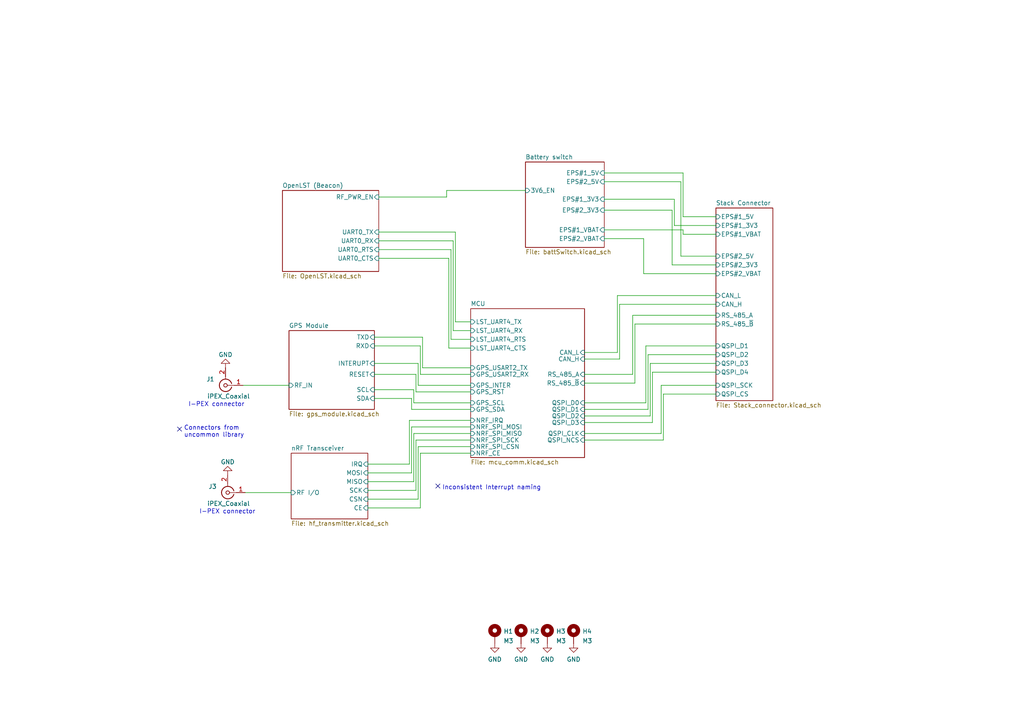
<source format=kicad_sch>
(kicad_sch (version 20210621) (generator eeschema)
  (paper "A4")
  (title_block (title "BUTCube - communication module") (date "2021-11-18") (rev "v0.2") (company "VUT - FIT(STRaDe) & FME(IAE & IPE)") (comment 1 "Author: Štěpán Rydlo"))
  (lib_symbols
    (symbol "Connector:Conn_Coaxial" (pin_names (offset 1.016) hide)
      (property "Reference" "J" (at 0.254 3.048 0))
      (property "Value" "Conn_Coaxial" (at 2.921 0 90))
      (symbol "Conn_Coaxial_0_1"
        (arc (start -1.778 0.508) (end 1.778 0) (radius (at -0.0508 0) (length 1.8034) (angles 163.6 0)) (stroke (width 0.254)))
        (arc (start 1.778 0) (end -1.778 -0.508) (radius (at -0.0254 0) (length 1.8034) (angles 0 -163.8)) (stroke (width 0.254)))
        (circle (center 0 0) (radius 0.508) (stroke (width 0.2032)))
        (polyline (pts (xy -2.54 0) (xy -0.508 0)))
        (polyline (pts (xy 0 -2.54) (xy 0 -1.778)))
      )
      (symbol "Conn_Coaxial_1_1"
        (pin passive line (at -5.08 0 0) (length 2.54) (name "In") (number "1"))
        (pin passive line (at 0 -5.08 90) (length 2.54) (name "Ext") (number "2"))
      )
    )
    (symbol "Mechanical:MountingHole_Pad" (pin_numbers hide) (pin_names (offset 1.016) hide)
      (property "Reference" "H" (at 0 6.35 0))
      (property "Value" "MountingHole_Pad" (at 0 4.445 0))
      (symbol "MountingHole_Pad_0_1"
        (circle (center 0 1.27) (radius 1.27) (stroke (width 1.27)))
      )
      (symbol "MountingHole_Pad_1_1"
        (pin input line (at 0 -2.54 90) (length 2.54) (name "1") (number "1"))
      )
    )
    (symbol "power:GND" (power) (pin_names (offset 0))
      (property "Value" "GND" (at 0 -3.81 0))
      (symbol "GND_0_1"
        (polyline (pts (xy 0 0) (xy 0 -1.27) (xy 1.27 -1.27) (xy 0 -2.54) (xy -1.27 -1.27) (xy 0 -1.27)))
      )
      (symbol "GND_1_1"
        (pin power_in line (at 0 0 270) (length 0) hide (name "GND") (number "1"))
      )
    )
  )
  (no_connect (at 52.07 124.46))
  (no_connect (at 127 140.97))
  (wire (pts (xy 70.485 111.76) (xy 83.82 111.76)))
  (wire (pts (xy 71.12 142.875) (xy 84.455 142.875)))
  (wire (pts (xy 108.585 100.33) (xy 121.92 100.33)))
  (wire (pts (xy 108.585 108.585) (xy 120.65 108.585)))
  (wire (pts (xy 108.585 115.57) (xy 119.38 115.57)))
  (wire (pts (xy 109.855 57.15) (xy 129.54 57.15)))
  (wire (pts (xy 109.855 69.85) (xy 131.445 69.85)))
  (wire (pts (xy 109.855 74.93) (xy 130.175 74.93)))
  (wire (pts (xy 118.745 121.92) (xy 118.745 134.62)))
  (wire (pts (xy 118.745 134.62) (xy 106.68 134.62)))
  (wire (pts (xy 119.38 115.57) (xy 119.38 118.745)))
  (wire (pts (xy 119.38 118.745) (xy 136.525 118.745)))
  (wire (pts (xy 119.38 123.825) (xy 119.38 137.16)))
  (wire (pts (xy 119.38 137.16) (xy 106.68 137.16)))
  (wire (pts (xy 120.015 113.03) (xy 108.585 113.03)))
  (wire (pts (xy 120.015 116.84) (xy 120.015 113.03)))
  (wire (pts (xy 120.015 125.73) (xy 120.015 139.7)))
  (wire (pts (xy 120.015 139.7) (xy 106.68 139.7)))
  (wire (pts (xy 120.65 108.585) (xy 120.65 113.665)))
  (wire (pts (xy 120.65 113.665) (xy 136.525 113.665)))
  (wire (pts (xy 120.65 127.635) (xy 120.65 142.24)))
  (wire (pts (xy 120.65 142.24) (xy 106.68 142.24)))
  (wire (pts (xy 121.285 105.41) (xy 108.585 105.41)))
  (wire (pts (xy 121.285 111.76) (xy 121.285 105.41)))
  (wire (pts (xy 121.285 129.54) (xy 121.285 144.78)))
  (wire (pts (xy 121.285 144.78) (xy 106.68 144.78)))
  (wire (pts (xy 121.92 100.33) (xy 121.92 108.585)))
  (wire (pts (xy 121.92 108.585) (xy 136.525 108.585)))
  (wire (pts (xy 121.92 131.445) (xy 121.92 147.32)))
  (wire (pts (xy 121.92 147.32) (xy 106.68 147.32)))
  (wire (pts (xy 122.555 97.79) (xy 108.585 97.79)))
  (wire (pts (xy 122.555 106.68) (xy 122.555 97.79)))
  (wire (pts (xy 129.54 55.245) (xy 152.4 55.245)))
  (wire (pts (xy 129.54 57.15) (xy 129.54 55.245)))
  (wire (pts (xy 130.175 74.93) (xy 130.175 100.965)))
  (wire (pts (xy 130.175 100.965) (xy 136.525 100.965)))
  (wire (pts (xy 130.81 72.39) (xy 109.855 72.39)))
  (wire (pts (xy 130.81 98.425) (xy 130.81 72.39)))
  (wire (pts (xy 131.445 69.85) (xy 131.445 95.885)))
  (wire (pts (xy 131.445 95.885) (xy 136.525 95.885)))
  (wire (pts (xy 132.08 67.31) (xy 109.855 67.31)))
  (wire (pts (xy 132.08 93.345) (xy 132.08 67.31)))
  (wire (pts (xy 136.525 93.345) (xy 132.08 93.345)))
  (wire (pts (xy 136.525 98.425) (xy 130.81 98.425)))
  (wire (pts (xy 136.525 106.68) (xy 122.555 106.68)))
  (wire (pts (xy 136.525 111.76) (xy 121.285 111.76)))
  (wire (pts (xy 136.525 116.84) (xy 120.015 116.84)))
  (wire (pts (xy 136.525 121.92) (xy 118.745 121.92)))
  (wire (pts (xy 136.525 123.825) (xy 119.38 123.825)))
  (wire (pts (xy 136.525 125.73) (xy 120.015 125.73)))
  (wire (pts (xy 136.525 127.635) (xy 120.65 127.635)))
  (wire (pts (xy 136.525 129.54) (xy 121.285 129.54)))
  (wire (pts (xy 136.525 131.445) (xy 121.92 131.445)))
  (wire (pts (xy 169.545 102.235) (xy 179.07 102.235)))
  (wire (pts (xy 169.545 104.14) (xy 179.705 104.14)))
  (wire (pts (xy 169.545 108.585) (xy 183.515 108.585)))
  (wire (pts (xy 169.545 111.125) (xy 184.15 111.125)))
  (wire (pts (xy 169.545 116.84) (xy 187.325 116.84)))
  (wire (pts (xy 169.545 120.65) (xy 188.595 120.65)))
  (wire (pts (xy 169.545 125.73) (xy 191.77 125.73)))
  (wire (pts (xy 175.26 66.675) (xy 198.12 66.675)))
  (wire (pts (xy 179.07 85.725) (xy 207.645 85.725)))
  (wire (pts (xy 179.07 102.235) (xy 179.07 85.725)))
  (wire (pts (xy 179.705 88.265) (xy 207.645 88.265)))
  (wire (pts (xy 179.705 104.14) (xy 179.705 88.265)))
  (wire (pts (xy 183.515 91.44) (xy 207.645 91.44)))
  (wire (pts (xy 183.515 108.585) (xy 183.515 91.44)))
  (wire (pts (xy 184.15 93.98) (xy 207.645 93.98)))
  (wire (pts (xy 184.15 111.125) (xy 184.15 93.98)))
  (wire (pts (xy 186.69 69.215) (xy 175.26 69.215)))
  (wire (pts (xy 186.69 79.375) (xy 186.69 69.215)))
  (wire (pts (xy 187.325 100.33) (xy 207.645 100.33)))
  (wire (pts (xy 187.325 116.84) (xy 187.325 100.33)))
  (wire (pts (xy 187.96 102.87) (xy 187.96 118.745)))
  (wire (pts (xy 187.96 118.745) (xy 169.545 118.745)))
  (wire (pts (xy 188.595 105.41) (xy 207.645 105.41)))
  (wire (pts (xy 188.595 120.65) (xy 188.595 105.41)))
  (wire (pts (xy 189.23 107.95) (xy 189.23 122.555)))
  (wire (pts (xy 189.23 122.555) (xy 169.545 122.555)))
  (wire (pts (xy 191.77 111.76) (xy 207.645 111.76)))
  (wire (pts (xy 191.77 125.73) (xy 191.77 111.76)))
  (wire (pts (xy 192.405 114.3) (xy 192.405 127.635)))
  (wire (pts (xy 192.405 127.635) (xy 169.545 127.635)))
  (wire (pts (xy 194.945 60.96) (xy 175.26 60.96)))
  (wire (pts (xy 194.945 76.835) (xy 194.945 60.96)))
  (wire (pts (xy 195.58 57.785) (xy 175.26 57.785)))
  (wire (pts (xy 195.58 65.405) (xy 195.58 57.785)))
  (wire (pts (xy 197.485 52.705) (xy 175.26 52.705)))
  (wire (pts (xy 197.485 74.295) (xy 197.485 52.705)))
  (wire (pts (xy 197.485 74.295) (xy 207.645 74.295)))
  (wire (pts (xy 198.12 50.165) (xy 175.26 50.165)))
  (wire (pts (xy 198.12 62.865) (xy 198.12 50.165)))
  (wire (pts (xy 198.12 62.865) (xy 207.645 62.865)))
  (wire (pts (xy 198.12 66.675) (xy 198.12 67.945)))
  (wire (pts (xy 198.12 67.945) (xy 207.645 67.945)))
  (wire (pts (xy 207.645 65.405) (xy 195.58 65.405)))
  (wire (pts (xy 207.645 76.835) (xy 194.945 76.835)))
  (wire (pts (xy 207.645 79.375) (xy 186.69 79.375)))
  (wire (pts (xy 207.645 102.87) (xy 187.96 102.87)))
  (wire (pts (xy 207.645 107.95) (xy 189.23 107.95)))
  (wire (pts (xy 207.645 114.3) (xy 192.405 114.3)))
  (text "Connectors from\nuncommon library" (at 53.34 127 0) (effects (font (size 1.27 1.27)) (justify left bottom)))
  (text "I-PEX connector\n" (at 54.61 118.11 0) (effects (font (size 1.27 1.27)) (justify left bottom)))
  (text "I-PEX connector\n" (at 57.785 149.225 0) (effects (font (size 1.27 1.27)) (justify left bottom)))
  (text "Inconsistent Interrupt naming" (at 128.27 142.24 0) (effects (font (size 1.27 1.27)) (justify left bottom)))
  (symbol (lib_id "power:GND") (at 65.405 106.68 180) (unit 1)
    (property "Reference" "#PWR0104" (effects hide))
    (property "Value" "GND" (at 65.405 102.87 0))
  )
  (symbol (lib_id "power:GND") (at 66.04 137.795 180) (unit 1)
    (property "Reference" "#PWR0105" (effects hide))
    (property "Value" "~" (at 66.04 133.985 0))
  )
  (symbol (lib_id "power:GND") (at 143.51 186.69 0) (unit 1)
    (property "Reference" "#PWR03" (effects hide))
    (property "Value" "GND" (at 143.51 191.2526 0))
  )
  (symbol (lib_id "power:GND") (at 151.13 186.69 0) (unit 1)
    (property "Reference" "#PWR021" (effects hide))
    (property "Value" "GND" (at 151.13 191.2526 0))
  )
  (symbol (lib_id "power:GND") (at 158.75 186.69 0) (unit 1)
    (property "Reference" "#PWR022" (effects hide))
    (property "Value" "GND" (at 158.75 191.2526 0))
  )
  (symbol (lib_id "power:GND") (at 166.37 186.69 0) (unit 1)
    (property "Reference" "#PWR023" (effects hide))
    (property "Value" "GND" (at 166.37 191.2526 0))
  )
  (symbol (lib_id "Mechanical:MountingHole_Pad") (at 143.51 184.15 0) (unit 1)
    (property "Reference" "H1" (at 146.0501 183.1145 0) (effects (justify left)))
    (property "Value" "M3" (at 146.0501 185.8896 0) (effects (justify left)))
    (property "Footprint" "MountingHole:MountingHole_3.2mm_M3_Pad_Via" (effects hide))
  )
  (symbol (lib_id "Mechanical:MountingHole_Pad") (at 151.13 184.15 0) (unit 1)
    (property "Reference" "H2" (at 153.6701 183.1145 0) (effects (justify left)))
    (property "Value" "M3" (at 153.6701 185.8896 0) (effects (justify left)))
    (property "Footprint" "MountingHole:MountingHole_3.2mm_M3_Pad_Via" (effects hide))
  )
  (symbol (lib_id "Mechanical:MountingHole_Pad") (at 158.75 184.15 0) (unit 1)
    (property "Reference" "H3" (at 161.2901 183.1145 0) (effects (justify left)))
    (property "Value" "M3" (at 161.2901 185.8896 0) (effects (justify left)))
    (property "Footprint" "MountingHole:MountingHole_3.2mm_M3_Pad_Via" (effects hide))
  )
  (symbol (lib_id "Mechanical:MountingHole_Pad") (at 166.37 184.15 0) (unit 1)
    (property "Reference" "H4" (at 168.9101 183.1145 0) (effects (justify left)))
    (property "Value" "M3" (at 168.9101 185.8896 0) (effects (justify left)))
    (property "Footprint" "MountingHole:MountingHole_3.2mm_M3_Pad_Via" (effects hide))
  )
  (symbol (lib_id "Connector:Conn_Coaxial") (at 65.405 111.76 180) (unit 1)
    (property "Reference" "J1" (at 62.23 109.9946 0) (effects (justify left)))
    (property "Value" "iPEX_Coaxial" (at 66.294 114.935 0))
    (property "Datasheet" " ~" (effects hide))
  )
  (symbol (lib_id "Connector:Conn_Coaxial") (at 66.04 142.875 180) (unit 1)
    (property "Reference" "J3" (at 62.865 141.1096 0) (effects (justify left)))
    (property "Value" "iPEX_Coaxial" (at 66.294 146.05 0))
    (property "Datasheet" " ~" (effects hide))
  )
  (sheet (at 152.4 46.99) (size 22.86 24.765) (stroke (width 0.1524))
    (property "Název listu" "Battery switch" (at 152.4 46.2784 0) (effects (justify left bottom)))
    (property "Soubor listu" "battSwitch.kicad_sch" (at 152.4 72.3396 0) (effects (justify left top)))
    (pin "EPS#1_3V3" input (at 175.26 57.785 0))
    (pin "EPS#2_3V3" input (at 175.26 60.96 0))
    (pin "EPS#2_5V" input (at 175.26 52.705 0))
    (pin "EPS#1_5V" input (at 175.26 50.165 0))
    (pin "EPS#2_VBAT" input (at 175.26 69.215 0))
    (pin "EPS#1_VBAT" input (at 175.26 66.675 0))
    (pin "3V6_EN" input (at 152.4 55.245 180))
  )
  (sheet (at 83.82 95.885) (size 24.765 22.86) (stroke (width 0.1524))
    (property "Název listu" "GPS Module" (at 83.82 95.1734 0) (effects (justify left bottom)))
    (property "Soubor listu" "gps_module.kicad_sch" (at 83.82 119.3296 0) (effects (justify left top)))
    (pin "INTERUPT" input (at 108.585 105.41 0))
    (pin "RESET" input (at 108.585 108.585 0))
    (pin "SCL" input (at 108.585 113.03 0))
    (pin "SDA" input (at 108.585 115.57 0))
    (pin "RXD" input (at 108.585 100.33 0))
    (pin "TXD" input (at 108.585 97.79 0))
    (pin "RF_IN" input (at 83.82 111.76 180))
  )
  (sheet (at 136.525 89.535) (size 33.02 43.18) (stroke (width 0.1524))
    (property "Název listu" "MCU" (at 136.525 88.8234 0) (effects (justify left bottom)))
    (property "Soubor listu" "mcu_comm.kicad_sch" (at 136.525 133.2996 0) (effects (justify left top)))
    (pin "RS_485_A" input (at 169.545 108.585 0))
    (pin "RS_485_~{B}" input (at 169.545 111.125 0))
    (pin "CAN_L" input (at 169.545 102.235 0))
    (pin "CAN_H" input (at 169.545 104.14 0))
    (pin "QSPI_CLK" input (at 169.545 125.73 0))
    (pin "QSPI_NCS" input (at 169.545 127.635 0))
    (pin "QSPI_D1" input (at 169.545 118.745 0))
    (pin "QSPI_D0" input (at 169.545 116.84 0))
    (pin "QSPI_D3" input (at 169.545 122.555 0))
    (pin "QSPI_D2" input (at 169.545 120.65 0))
    (pin "NRF_SPI_SCK" input (at 136.525 127.635 180))
    (pin "GPS_RST" input (at 136.525 113.665 180))
    (pin "GPS_INTER" input (at 136.525 111.76 180))
    (pin "NRF_SPI_CSN" input (at 136.525 129.54 180))
    (pin "NRF_SPI_MISO" input (at 136.525 125.73 180))
    (pin "NRF_SPI_MOSI" input (at 136.525 123.825 180))
    (pin "GPS_SCL" input (at 136.525 116.84 180))
    (pin "GPS_SDA" input (at 136.525 118.745 180))
    (pin "LST_UART4_RTS" input (at 136.525 98.425 180))
    (pin "LST_UART4_RX" input (at 136.525 95.885 180))
    (pin "GPS_USART2_TX" input (at 136.525 106.68 180))
    (pin "GPS_USART2_RX" input (at 136.525 108.585 180))
    (pin "LST_UART4_TX" input (at 136.525 93.345 180))
    (pin "LST_UART4_CTS" input (at 136.525 100.965 180))
    (pin "NRF_CE" input (at 136.525 131.445 180))
    (pin "NRF_IRQ" input (at 136.525 121.92 180))
  )
  (sheet (at 81.915 55.245) (size 27.94 23.495) (stroke (width 0.1524))
    (property "Název listu" "OpenLST (Beacon)" (at 81.915 54.5334 0) (effects (justify left bottom)))
    (property "Soubor listu" "OpenLST.kicad_sch" (at 81.915 79.3246 0) (effects (justify left top)))
    (pin "UART0_CTS" input (at 109.855 74.93 0))
    (pin "UART0_RTS" input (at 109.855 72.39 0))
    (pin "UART0_RX" input (at 109.855 69.85 0))
    (pin "UART0_TX" input (at 109.855 67.31 0))
    (pin "RF_PWR_EN" input (at 109.855 57.15 0))
  )
  (sheet (at 207.645 60.325) (size 16.51 55.88) (stroke (width 0.1524))
    (property "Název listu" "Stack Connector" (at 207.645 59.6134 0) (effects (justify left bottom)))
    (property "Soubor listu" "Stack_connector.kicad_sch" (at 207.645 116.7896 0) (effects (justify left top)))
    (pin "CAN_H" input (at 207.645 88.265 180))
    (pin "RS_485_A" input (at 207.645 91.44 180))
    (pin "EPS#1_5V" input (at 207.645 62.865 180))
    (pin "EPS#1_3V3" input (at 207.645 65.405 180))
    (pin "CAN_L" input (at 207.645 85.725 180))
    (pin "RS_485_~{B}" input (at 207.645 93.98 180))
    (pin "QSPI_D1" input (at 207.645 100.33 180))
    (pin "QSPI_SCK" input (at 207.645 111.76 180))
    (pin "EPS#2_3V3" input (at 207.645 76.835 180))
    (pin "EPS#2_5V" input (at 207.645 74.295 180))
    (pin "QSPI_CS" input (at 207.645 114.3 180))
    (pin "QSPI_D2" input (at 207.645 102.87 180))
    (pin "QSPI_D3" input (at 207.645 105.41 180))
    (pin "QSPI_D4" input (at 207.645 107.95 180))
    (pin "EPS#1_VBAT" input (at 207.645 67.945 180))
    (pin "EPS#2_VBAT" input (at 207.645 79.375 180))
  )
  (sheet (at 84.455 131.445) (size 22.225 19.05) (stroke (width 0.1524))
    (property "Název listu" "nRF Transceiver" (at 84.455 130.7334 0) (effects (justify left bottom)))
    (property "Soubor listu" "hf_transmitter.kicad_sch" (at 84.455 151.0796 0) (effects (justify left top)))
    (pin "RF I{slash}O" input (at 84.455 142.875 180))
    (pin "MOSI" input (at 106.68 137.16 0))
    (pin "MISO" input (at 106.68 139.7 0))
    (pin "SCK" input (at 106.68 142.24 0))
    (pin "CE" input (at 106.68 147.32 0))
    (pin "IRQ" input (at 106.68 134.62 0))
    (pin "CSN" input (at 106.68 144.78 0))
  )
)
</source>
